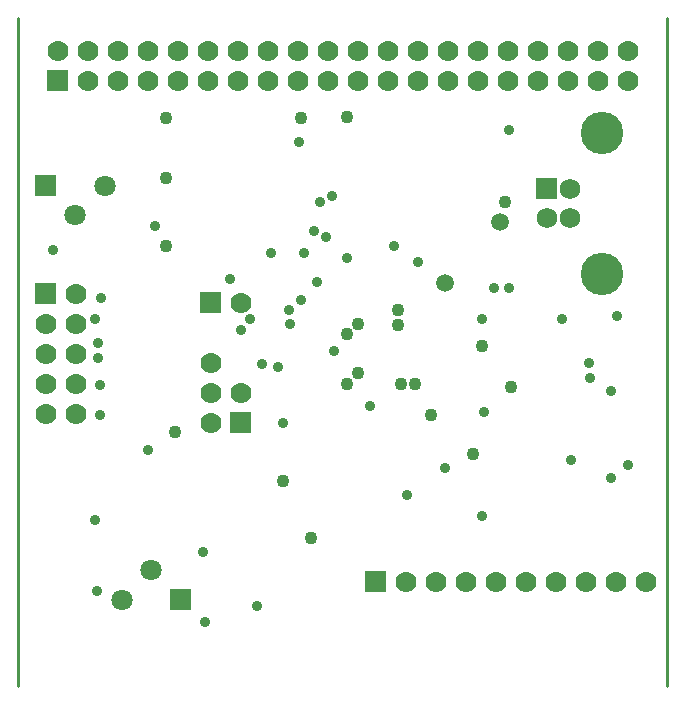
<source format=gbr>
G04 start of page 6 for group 4 idx 4 *
G04 Title: MMDVM_pog, scoring *
G04 Creator: pcb v4.0.0-ga246c150 *
G04 CreationDate: Wed Apr 26 20:29:48 2017 UTC *
G04 For: wojtek *
G04 Format: Gerber/RS-274X *
G04 PCB-Dimensions (mm): 66.29 58.42 *
G04 PCB-Coordinate-Origin: lower left *
%MOMM*%
%FSLAX43Y43*%
%LNGROUP4*%
%ADD85C,2.300*%
%ADD84C,1.000*%
%ADD83C,0.800*%
%ADD82C,0.300*%
%ADD81C,0.500*%
%ADD80C,2.750*%
%ADD79C,1.500*%
%ADD78C,0.900*%
%ADD77C,1.100*%
%ADD76C,3.600*%
%ADD75C,1.750*%
%ADD74C,1.800*%
%ADD73C,1.778*%
%ADD72C,0.002*%
%ADD71C,0.250*%
G54D71*X60594Y56992D02*Y492D01*
X5594Y56992D02*Y492D01*
G54D72*G36*
X34999Y10193D02*Y8415D01*
X36777D01*
Y10193D01*
X34999D01*
G37*
G54D73*X38428Y9304D03*
G54D74*X16878Y10280D03*
G54D72*G36*
X18478Y8680D02*Y6880D01*
X20278D01*
Y8680D01*
X18478D01*
G37*
G54D74*X14378Y7780D03*
G54D73*X40968Y9304D03*
X43508D03*
X46048D03*
X48588D03*
X51128D03*
X53668D03*
X56208D03*
X58748D03*
G54D72*G36*
X7059Y34577D02*Y32799D01*
X8837D01*
Y34577D01*
X7059D01*
G37*
G54D73*X10488Y33688D03*
X7948Y31148D03*
X10488D03*
X7948Y28608D03*
Y26068D03*
Y23528D03*
X10488Y28608D03*
Y26068D03*
Y23528D03*
G54D74*X10448Y40332D03*
G54D72*G36*
X7048Y43732D02*Y41932D01*
X8848D01*
Y43732D01*
X7048D01*
G37*
G54D74*X12948Y42832D03*
G54D72*G36*
X23569Y23655D02*Y21877D01*
X25347D01*
Y23655D01*
X23569D01*
G37*
G54D73*X21918Y22766D03*
X24458Y25306D03*
X21918D03*
Y27846D03*
G54D72*G36*
X21029Y33815D02*Y32037D01*
X22807D01*
Y33815D01*
X21029D01*
G37*
G54D73*X24458Y32926D03*
G54D72*G36*
X49491Y43453D02*Y41703D01*
X51241D01*
Y43453D01*
X49491D01*
G37*
G54D75*X50366Y40078D03*
X52366D03*
G54D76*X55066Y35328D03*
G54D75*X52366Y42578D03*
G54D76*X55066Y47328D03*
G54D72*G36*
X8075Y52611D02*Y50833D01*
X9853D01*
Y52611D01*
X8075D01*
G37*
G54D73*X8964Y54262D03*
X11504Y51722D03*
Y54262D03*
X14044Y51722D03*
Y54262D03*
X16584Y51722D03*
Y54262D03*
X19124Y51722D03*
Y54262D03*
X21664Y51722D03*
X24204D03*
X26744D03*
X21664Y54262D03*
X24204D03*
X26744D03*
X29284D03*
X31824D03*
X34364D03*
X29284Y51722D03*
X31824D03*
X34364D03*
X36904D03*
Y54262D03*
X39444Y51722D03*
X41984D03*
X44524D03*
X39444Y54262D03*
X41984D03*
X44524D03*
X47064D03*
X49604D03*
X52144D03*
X47064Y51722D03*
X49604D03*
X52144D03*
X54684D03*
Y54262D03*
X57224D03*
Y51722D03*
G54D77*X38047Y26068D03*
X39190D03*
G54D78*X44905Y14892D03*
X38555Y16670D03*
X41730Y18956D03*
G54D77*X44143Y20099D03*
G54D78*X55827Y25433D03*
Y18067D03*
G54D77*X47318Y25814D03*
G54D78*X45032Y23655D03*
G54D77*X46810Y41435D03*
G54D79*X46429Y39784D03*
G54D78*X47191Y47531D03*
X54049Y26576D03*
X53922Y27846D03*
X57224Y19210D03*
X52398Y19591D03*
G54D79*X41730Y34577D03*
G54D78*X45921Y34196D03*
X47191D03*
G54D77*X40587Y23401D03*
X44905Y29243D03*
G54D78*Y31529D03*
G54D77*X37793Y32291D03*
Y31021D03*
G54D78*X37412Y37752D03*
X39444Y36355D03*
X56335Y31783D03*
X51636Y31529D03*
X16584Y20480D03*
G54D77*X18870Y22004D03*
G54D78*X12266Y8542D03*
X12139Y14511D03*
X21410Y5875D03*
X21283Y11844D03*
X25855Y7272D03*
X12520Y23401D03*
G54D77*X33475Y26068D03*
G54D78*X28014Y22766D03*
X35380Y24163D03*
G54D77*X30427Y12987D03*
X34364Y26957D03*
X33475Y30259D03*
X34364Y31148D03*
G54D78*X32332Y28862D03*
X30935Y34704D03*
G54D77*X28014Y17813D03*
G54D78*X29538Y33180D03*
X28522Y32291D03*
X28649Y31148D03*
G54D77*X18108Y37752D03*
Y48547D03*
Y43467D03*
G54D78*X17219Y39403D03*
G54D77*X29538Y48547D03*
G54D78*X29411Y46515D03*
X30681Y39022D03*
X31697Y38514D03*
X31189Y41435D03*
X32205Y41943D03*
G54D77*X33475Y48674D03*
G54D78*Y36736D03*
X8583Y37371D03*
X29792Y37117D03*
X26998D03*
X26236Y27719D03*
X23569Y34958D03*
X24458Y30640D03*
X25220Y31529D03*
X12393Y29497D03*
Y28227D03*
X12520Y25941D03*
X12139Y31529D03*
X12647Y33307D03*
X27633Y27465D03*
G54D80*G54D81*G54D82*G54D81*G54D82*G54D81*G54D82*G54D80*G54D81*G54D83*G54D82*G54D83*G54D82*G54D81*G54D82*G54D81*G54D82*G54D80*G54D82*G54D81*G54D82*G54D81*G54D82*G54D81*G54D82*G54D81*G54D82*G54D80*G54D81*G54D82*G54D81*G54D82*G54D81*G54D82*G54D84*G54D78*G54D85*G54D78*G54D85*G54D84*M02*

</source>
